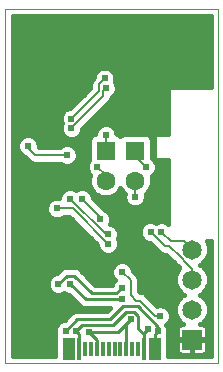
<source format=gbl>
G75*
%MOIN*%
%OFA0B0*%
%FSLAX25Y25*%
%IPPOS*%
%LPD*%
%AMOC8*
5,1,8,0,0,1.08239X$1,22.5*
%
%ADD10C,0.00000*%
%ADD11R,0.04331X0.07480*%
%ADD12R,0.01181X0.07480*%
%ADD13R,0.01181X0.05118*%
%ADD14R,0.06500X0.06500*%
%ADD15C,0.06500*%
%ADD16R,0.06299X0.06299*%
%ADD17C,0.06299*%
%ADD18C,0.01600*%
%ADD19C,0.02400*%
%ADD20C,0.01000*%
%ADD21C,0.00800*%
D10*
X0029754Y0037982D02*
X0029754Y0156093D01*
X0100620Y0156093D01*
X0100620Y0037982D01*
X0029754Y0037982D01*
D11*
X0050857Y0042785D03*
X0079518Y0042785D03*
D12*
X0076014Y0042785D03*
X0054361Y0042785D03*
D13*
X0056329Y0042785D03*
X0058298Y0042785D03*
X0060266Y0042785D03*
X0062235Y0042785D03*
X0064203Y0042785D03*
X0066172Y0042785D03*
X0068140Y0042785D03*
X0070109Y0042785D03*
X0072077Y0042785D03*
X0074046Y0042785D03*
D14*
X0091959Y0045856D03*
D15*
X0091959Y0055856D03*
X0091959Y0065856D03*
X0091959Y0075856D03*
D16*
X0073061Y0108848D03*
X0063219Y0108848D03*
D17*
X0063219Y0098848D03*
X0073061Y0098848D03*
D18*
X0076547Y0094486D02*
X0077766Y0095705D01*
X0078611Y0097745D01*
X0078611Y0099952D01*
X0078498Y0100224D01*
X0078644Y0100285D01*
X0079657Y0101297D01*
X0080205Y0102621D01*
X0080205Y0104053D01*
X0079657Y0105376D01*
X0078644Y0106389D01*
X0078611Y0106402D01*
X0078611Y0112475D01*
X0078246Y0113358D01*
X0077570Y0114033D01*
X0076688Y0114398D01*
X0069434Y0114398D01*
X0068552Y0114033D01*
X0068140Y0113620D01*
X0067728Y0114033D01*
X0066846Y0114398D01*
X0066819Y0114398D01*
X0066819Y0114683D01*
X0066271Y0116006D01*
X0065258Y0117018D01*
X0063935Y0117567D01*
X0062503Y0117567D01*
X0061180Y0117018D01*
X0060167Y0116006D01*
X0059619Y0114683D01*
X0059619Y0114398D01*
X0059592Y0114398D01*
X0058710Y0114033D01*
X0058035Y0113358D01*
X0057669Y0112475D01*
X0057669Y0105634D01*
X0057411Y0105376D01*
X0056863Y0104053D01*
X0056863Y0102621D01*
X0057411Y0101297D01*
X0057987Y0100721D01*
X0057669Y0099952D01*
X0057669Y0097745D01*
X0058514Y0095705D01*
X0060075Y0094144D01*
X0062115Y0093299D01*
X0064323Y0093299D01*
X0066362Y0094144D01*
X0067923Y0095705D01*
X0068140Y0096228D01*
X0068357Y0095705D01*
X0069576Y0094486D01*
X0069461Y0094210D01*
X0069461Y0092778D01*
X0070009Y0091455D01*
X0071022Y0090442D01*
X0072345Y0089894D01*
X0073777Y0089894D01*
X0075101Y0090442D01*
X0076113Y0091455D01*
X0076661Y0092778D01*
X0076661Y0094210D01*
X0076547Y0094486D01*
X0077766Y0095705D01*
X0078611Y0097745D01*
X0078611Y0099952D01*
X0078498Y0100224D01*
X0078644Y0100285D01*
X0079657Y0101297D01*
X0080205Y0102621D01*
X0080205Y0104053D01*
X0079657Y0105376D01*
X0078644Y0106389D01*
X0078611Y0106402D01*
X0078611Y0112475D01*
X0078246Y0113358D01*
X0077570Y0114033D01*
X0076688Y0114398D01*
X0069434Y0114398D01*
X0068552Y0114033D01*
X0068140Y0113620D01*
X0067728Y0114033D01*
X0066846Y0114398D01*
X0066819Y0114398D01*
X0066819Y0114683D01*
X0066271Y0116006D01*
X0065258Y0117018D01*
X0063935Y0117567D01*
X0062503Y0117567D01*
X0061180Y0117018D01*
X0060167Y0116006D01*
X0059619Y0114683D01*
X0059619Y0114398D01*
X0059592Y0114398D01*
X0058710Y0114033D01*
X0058035Y0113358D01*
X0057669Y0112475D01*
X0057669Y0105634D01*
X0057411Y0105376D01*
X0056863Y0104053D01*
X0056863Y0102621D01*
X0057411Y0101297D01*
X0057987Y0100721D01*
X0057669Y0099952D01*
X0057669Y0097745D01*
X0058514Y0095705D01*
X0060075Y0094144D01*
X0062115Y0093299D01*
X0064323Y0093299D01*
X0066362Y0094144D01*
X0067923Y0095705D01*
X0068140Y0096228D01*
X0068357Y0095705D01*
X0069576Y0094486D01*
X0069461Y0094210D01*
X0069461Y0092778D01*
X0070009Y0091455D01*
X0071022Y0090442D01*
X0072345Y0089894D01*
X0073777Y0089894D01*
X0075101Y0090442D01*
X0076113Y0091455D01*
X0076661Y0092778D01*
X0076661Y0094210D01*
X0076547Y0094486D01*
X0076661Y0093930D02*
X0084085Y0093930D01*
X0076661Y0093930D01*
X0076476Y0092332D02*
X0084085Y0092332D01*
X0076476Y0092332D01*
X0075392Y0090733D02*
X0084085Y0090733D01*
X0075392Y0090733D01*
X0070731Y0090733D02*
X0061278Y0090733D01*
X0070731Y0090733D01*
X0069646Y0092332D02*
X0059680Y0092332D01*
X0069646Y0092332D01*
X0069461Y0093930D02*
X0065847Y0093930D01*
X0069461Y0093930D01*
X0068533Y0095529D02*
X0067747Y0095529D01*
X0068533Y0095529D01*
X0063290Y0089066D02*
X0062702Y0089309D01*
X0058945Y0093066D01*
X0058945Y0093423D01*
X0058397Y0094746D01*
X0057384Y0095759D01*
X0056061Y0096307D01*
X0054629Y0096307D01*
X0053376Y0095788D01*
X0052124Y0096307D01*
X0050692Y0096307D01*
X0049369Y0095759D01*
X0048356Y0094746D01*
X0047808Y0093423D01*
X0047808Y0093151D01*
X0047793Y0093157D01*
X0046361Y0093157D01*
X0045038Y0092609D01*
X0044025Y0091596D01*
X0043477Y0090273D01*
X0043477Y0088841D01*
X0044025Y0087518D01*
X0045038Y0086505D01*
X0046361Y0085957D01*
X0047793Y0085957D01*
X0049116Y0086505D01*
X0049368Y0086757D01*
X0051035Y0086757D01*
X0060406Y0077386D01*
X0060406Y0077030D01*
X0060954Y0075707D01*
X0061967Y0074694D01*
X0063290Y0074146D01*
X0064722Y0074146D01*
X0066045Y0074694D01*
X0067058Y0075707D01*
X0067606Y0077030D01*
X0067606Y0078462D01*
X0067250Y0079321D01*
X0067606Y0080180D01*
X0067606Y0081612D01*
X0067058Y0082935D01*
X0066045Y0083948D01*
X0064722Y0084496D01*
X0064518Y0084496D01*
X0064850Y0085298D01*
X0064850Y0086730D01*
X0064302Y0088053D01*
X0063290Y0089066D01*
X0062702Y0089309D01*
X0058945Y0093066D01*
X0058945Y0093423D01*
X0058397Y0094746D01*
X0057384Y0095759D01*
X0056061Y0096307D01*
X0054629Y0096307D01*
X0053376Y0095788D01*
X0052124Y0096307D01*
X0050692Y0096307D01*
X0049369Y0095759D01*
X0048356Y0094746D01*
X0047808Y0093423D01*
X0047808Y0093151D01*
X0047793Y0093157D01*
X0046361Y0093157D01*
X0045038Y0092609D01*
X0044025Y0091596D01*
X0043477Y0090273D01*
X0043477Y0088841D01*
X0044025Y0087518D01*
X0045038Y0086505D01*
X0046361Y0085957D01*
X0047793Y0085957D01*
X0049116Y0086505D01*
X0049368Y0086757D01*
X0051035Y0086757D01*
X0060406Y0077386D01*
X0060406Y0077030D01*
X0060954Y0075707D01*
X0061967Y0074694D01*
X0063290Y0074146D01*
X0064722Y0074146D01*
X0066045Y0074694D01*
X0067058Y0075707D01*
X0067606Y0077030D01*
X0067606Y0078462D01*
X0067250Y0079321D01*
X0067606Y0080180D01*
X0067606Y0081612D01*
X0067058Y0082935D01*
X0066045Y0083948D01*
X0064722Y0084496D01*
X0064518Y0084496D01*
X0064850Y0085298D01*
X0064850Y0086730D01*
X0064302Y0088053D01*
X0063290Y0089066D01*
X0063123Y0089135D02*
X0084085Y0089135D01*
X0063123Y0089135D01*
X0064516Y0087536D02*
X0084085Y0087536D01*
X0064516Y0087536D01*
X0064850Y0085938D02*
X0084085Y0085938D01*
X0064850Y0085938D01*
X0065100Y0084339D02*
X0075744Y0084339D01*
X0065100Y0084339D01*
X0067139Y0082741D02*
X0074721Y0082741D01*
X0067139Y0082741D01*
X0067606Y0081142D02*
X0074579Y0081142D01*
X0067606Y0081142D01*
X0067343Y0079544D02*
X0075228Y0079544D01*
X0067343Y0079544D01*
X0067606Y0077945D02*
X0077958Y0077945D01*
X0067606Y0077945D01*
X0067323Y0076347D02*
X0079556Y0076347D01*
X0067323Y0076347D01*
X0066099Y0074748D02*
X0081155Y0074748D01*
X0066099Y0074748D01*
X0067179Y0071551D02*
X0032154Y0071551D01*
X0067179Y0071551D01*
X0066691Y0071349D02*
X0068014Y0071897D01*
X0069447Y0071897D01*
X0070770Y0071349D01*
X0071783Y0070336D01*
X0072331Y0069013D01*
X0072331Y0068657D01*
X0073860Y0067127D01*
X0074286Y0066098D01*
X0074286Y0061977D01*
X0074615Y0061648D01*
X0075193Y0061648D01*
X0076222Y0061222D01*
X0077010Y0060434D01*
X0080260Y0057184D01*
X0080613Y0057330D01*
X0082045Y0057330D01*
X0083368Y0056782D01*
X0084381Y0055770D01*
X0084929Y0054446D01*
X0084929Y0053014D01*
X0084381Y0051691D01*
X0083467Y0050778D01*
X0083594Y0050651D01*
X0084142Y0049328D01*
X0084142Y0047896D01*
X0083927Y0047379D01*
X0084083Y0047003D01*
X0084083Y0040382D01*
X0098220Y0040382D01*
X0098220Y0078533D01*
X0096966Y0078533D01*
X0097609Y0076980D01*
X0097609Y0074732D01*
X0096749Y0072656D01*
X0095159Y0071066D01*
X0094652Y0070856D01*
X0095159Y0070646D01*
X0096749Y0069057D01*
X0097609Y0066980D01*
X0097609Y0064732D01*
X0096749Y0062656D01*
X0095159Y0061066D01*
X0094652Y0060856D01*
X0095159Y0060646D01*
X0096749Y0059057D01*
X0097609Y0056980D01*
X0097609Y0054732D01*
X0096749Y0052656D01*
X0095159Y0051066D01*
X0094773Y0050906D01*
X0095446Y0050906D01*
X0095904Y0050784D01*
X0096314Y0050547D01*
X0096649Y0050212D01*
X0096886Y0049801D01*
X0097009Y0049343D01*
X0097009Y0045931D01*
X0092034Y0045931D01*
X0092034Y0045781D01*
X0092034Y0040806D01*
X0095446Y0040806D01*
X0095904Y0040929D01*
X0096314Y0041166D01*
X0096649Y0041501D01*
X0096886Y0041912D01*
X0097009Y0042369D01*
X0097009Y0045781D01*
X0092034Y0045781D01*
X0091884Y0045781D01*
X0091884Y0040806D01*
X0088472Y0040806D01*
X0088014Y0040929D01*
X0087604Y0041166D01*
X0087269Y0041501D01*
X0087032Y0041912D01*
X0086909Y0042369D01*
X0086909Y0045781D01*
X0091884Y0045781D01*
X0092034Y0045781D01*
X0092034Y0040806D01*
X0095446Y0040806D01*
X0095904Y0040929D01*
X0096314Y0041166D01*
X0096649Y0041501D01*
X0096886Y0041912D01*
X0097009Y0042369D01*
X0097009Y0045781D01*
X0092034Y0045781D01*
X0092034Y0045931D01*
X0097009Y0045931D01*
X0097009Y0049343D01*
X0096886Y0049801D01*
X0096649Y0050212D01*
X0096314Y0050547D01*
X0095904Y0050784D01*
X0095446Y0050906D01*
X0094773Y0050906D01*
X0095159Y0051066D01*
X0096749Y0052656D01*
X0097609Y0054732D01*
X0097609Y0056980D01*
X0096749Y0059057D01*
X0095159Y0060646D01*
X0094652Y0060856D01*
X0095159Y0061066D01*
X0096749Y0062656D01*
X0097609Y0064732D01*
X0097609Y0066980D01*
X0096749Y0069057D01*
X0095159Y0070646D01*
X0094652Y0070856D01*
X0095159Y0071066D01*
X0096749Y0072656D01*
X0097609Y0074732D01*
X0097609Y0076980D01*
X0096966Y0078533D01*
X0098220Y0078533D01*
X0098220Y0040382D01*
X0084083Y0040382D01*
X0084083Y0047003D01*
X0083927Y0047379D01*
X0084142Y0047896D01*
X0084142Y0049328D01*
X0083594Y0050651D01*
X0083467Y0050778D01*
X0084381Y0051691D01*
X0084929Y0053014D01*
X0084929Y0054446D01*
X0084381Y0055770D01*
X0083368Y0056782D01*
X0082045Y0057330D01*
X0080613Y0057330D01*
X0080260Y0057184D01*
X0077010Y0060434D01*
X0076222Y0061222D01*
X0075193Y0061648D01*
X0074615Y0061648D01*
X0074286Y0061977D01*
X0074286Y0066098D01*
X0073860Y0067127D01*
X0072331Y0068657D01*
X0072331Y0069013D01*
X0071783Y0070336D01*
X0070770Y0071349D01*
X0069447Y0071897D01*
X0068014Y0071897D01*
X0066691Y0071349D01*
X0065679Y0070336D01*
X0065131Y0069013D01*
X0065131Y0067581D01*
X0065679Y0066258D01*
X0066198Y0065738D01*
X0065679Y0065218D01*
X0065220Y0064111D01*
X0059696Y0064111D01*
X0054232Y0069575D01*
X0053166Y0070016D01*
X0049650Y0070016D01*
X0048584Y0069575D01*
X0047768Y0068759D01*
X0046970Y0067960D01*
X0046755Y0067960D01*
X0045431Y0067412D01*
X0044419Y0066399D01*
X0043871Y0065076D01*
X0043871Y0063644D01*
X0044419Y0062321D01*
X0045431Y0061308D01*
X0046755Y0060760D01*
X0048187Y0060760D01*
X0049439Y0061279D01*
X0050692Y0060760D01*
X0050907Y0060760D01*
X0054883Y0056784D01*
X0055949Y0056342D01*
X0064485Y0056342D01*
X0063592Y0055449D01*
X0053193Y0055449D01*
X0052127Y0055008D01*
X0049332Y0052212D01*
X0049117Y0052212D01*
X0047794Y0051664D01*
X0046781Y0050651D01*
X0046233Y0049328D01*
X0046233Y0047896D01*
X0046447Y0047379D01*
X0046291Y0047003D01*
X0046291Y0040382D01*
X0032154Y0040382D01*
X0032154Y0153693D01*
X0098220Y0153693D01*
X0098220Y0130108D01*
X0084085Y0130108D01*
X0084085Y0114360D01*
X0079361Y0114360D01*
X0079361Y0105699D01*
X0084085Y0105699D01*
X0084085Y0084412D01*
X0083762Y0084735D01*
X0082439Y0085283D01*
X0081007Y0085283D01*
X0079951Y0084846D01*
X0078895Y0085283D01*
X0077463Y0085283D01*
X0076140Y0084735D01*
X0075127Y0083722D01*
X0074579Y0082399D01*
X0074579Y0080967D01*
X0075127Y0079644D01*
X0076140Y0078631D01*
X0077463Y0078083D01*
X0077820Y0078083D01*
X0080530Y0075373D01*
X0081318Y0074585D01*
X0082347Y0074159D01*
X0083319Y0074159D01*
X0086633Y0070845D01*
X0087617Y0069861D01*
X0087795Y0069683D01*
X0087169Y0069057D01*
X0086309Y0066980D01*
X0086309Y0064732D01*
X0087169Y0062656D01*
X0088758Y0061066D01*
X0089266Y0060856D01*
X0088758Y0060646D01*
X0087169Y0059057D01*
X0086309Y0056980D01*
X0086309Y0054732D01*
X0087169Y0052656D01*
X0088758Y0051066D01*
X0089145Y0050906D01*
X0088472Y0050906D01*
X0088014Y0050784D01*
X0087604Y0050547D01*
X0087269Y0050212D01*
X0087032Y0049801D01*
X0086909Y0049343D01*
X0086909Y0045931D01*
X0091884Y0045931D01*
X0091884Y0045781D01*
X0091884Y0040806D01*
X0088472Y0040806D01*
X0088014Y0040929D01*
X0087604Y0041166D01*
X0087269Y0041501D01*
X0087032Y0041912D01*
X0086909Y0042369D01*
X0086909Y0045781D01*
X0091884Y0045781D01*
X0091884Y0045931D01*
X0086909Y0045931D01*
X0086909Y0049343D01*
X0087032Y0049801D01*
X0087269Y0050212D01*
X0087604Y0050547D01*
X0088014Y0050784D01*
X0088472Y0050906D01*
X0089145Y0050906D01*
X0088758Y0051066D01*
X0087169Y0052656D01*
X0086309Y0054732D01*
X0086309Y0056980D01*
X0087169Y0059057D01*
X0088758Y0060646D01*
X0089266Y0060856D01*
X0088758Y0061066D01*
X0087169Y0062656D01*
X0086309Y0064732D01*
X0086309Y0066980D01*
X0087169Y0069057D01*
X0087795Y0069683D01*
X0087617Y0069861D01*
X0087617Y0069861D01*
X0087617Y0069861D01*
X0086633Y0070845D01*
X0083319Y0074159D01*
X0082347Y0074159D01*
X0081318Y0074585D01*
X0080530Y0075373D01*
X0077820Y0078083D01*
X0077463Y0078083D01*
X0076140Y0078631D01*
X0075127Y0079644D01*
X0074579Y0080967D01*
X0074579Y0082399D01*
X0075127Y0083722D01*
X0076140Y0084735D01*
X0077463Y0085283D01*
X0078895Y0085283D01*
X0079951Y0084846D01*
X0081007Y0085283D01*
X0082439Y0085283D01*
X0083762Y0084735D01*
X0084085Y0084412D01*
X0084085Y0105699D01*
X0079361Y0105699D01*
X0079361Y0114360D01*
X0084085Y0114360D01*
X0084085Y0130108D01*
X0098220Y0130108D01*
X0098220Y0153693D01*
X0032154Y0153693D01*
X0032154Y0040382D01*
X0046291Y0040382D01*
X0046291Y0047003D01*
X0046447Y0047379D01*
X0046233Y0047896D01*
X0046233Y0049328D01*
X0046781Y0050651D01*
X0047794Y0051664D01*
X0049117Y0052212D01*
X0049332Y0052212D01*
X0052127Y0055008D01*
X0053193Y0055449D01*
X0063592Y0055449D01*
X0064485Y0056342D01*
X0055949Y0056342D01*
X0054883Y0056784D01*
X0050907Y0060760D01*
X0050692Y0060760D01*
X0049439Y0061279D01*
X0048187Y0060760D01*
X0046755Y0060760D01*
X0045431Y0061308D01*
X0044419Y0062321D01*
X0043871Y0063644D01*
X0043871Y0065076D01*
X0044419Y0066399D01*
X0045431Y0067412D01*
X0046755Y0067960D01*
X0046970Y0067960D01*
X0047768Y0068759D01*
X0048584Y0069575D01*
X0049650Y0070016D01*
X0053166Y0070016D01*
X0054232Y0069575D01*
X0059696Y0064111D01*
X0065220Y0064111D01*
X0065679Y0065218D01*
X0066198Y0065738D01*
X0065679Y0066258D01*
X0065131Y0067581D01*
X0065131Y0069013D01*
X0065679Y0070336D01*
X0066691Y0071349D01*
X0065520Y0069953D02*
X0053319Y0069953D01*
X0065520Y0069953D01*
X0065131Y0068354D02*
X0055452Y0068354D01*
X0065131Y0068354D01*
X0065473Y0066755D02*
X0057051Y0066755D01*
X0065473Y0066755D01*
X0065653Y0065157D02*
X0058649Y0065157D01*
X0065653Y0065157D01*
X0070282Y0071551D02*
X0085926Y0071551D01*
X0070282Y0071551D01*
X0071942Y0069953D02*
X0087525Y0069953D01*
X0071942Y0069953D01*
X0072634Y0068354D02*
X0086878Y0068354D01*
X0072634Y0068354D01*
X0074014Y0066755D02*
X0086309Y0066755D01*
X0074014Y0066755D01*
X0074286Y0065157D02*
X0086309Y0065157D01*
X0074286Y0065157D01*
X0074286Y0063558D02*
X0086795Y0063558D01*
X0074286Y0063558D01*
X0074303Y0061960D02*
X0087865Y0061960D01*
X0074303Y0061960D01*
X0077083Y0060361D02*
X0088474Y0060361D01*
X0077083Y0060361D01*
X0078681Y0058763D02*
X0087047Y0058763D01*
X0078681Y0058763D01*
X0082446Y0057164D02*
X0086385Y0057164D01*
X0082446Y0057164D01*
X0084465Y0055566D02*
X0086309Y0055566D01*
X0084465Y0055566D01*
X0084929Y0053967D02*
X0086626Y0053967D01*
X0084929Y0053967D01*
X0084662Y0052369D02*
X0087456Y0052369D01*
X0084662Y0052369D01*
X0083475Y0050770D02*
X0087991Y0050770D01*
X0083475Y0050770D01*
X0084142Y0049172D02*
X0086909Y0049172D01*
X0084142Y0049172D01*
X0084008Y0047573D02*
X0086909Y0047573D01*
X0084008Y0047573D01*
X0084083Y0045975D02*
X0086909Y0045975D01*
X0084083Y0045975D01*
X0084083Y0044376D02*
X0086909Y0044376D01*
X0084083Y0044376D01*
X0084083Y0042778D02*
X0086909Y0042778D01*
X0084083Y0042778D01*
X0084083Y0041179D02*
X0087590Y0041179D01*
X0084083Y0041179D01*
X0091884Y0041179D02*
X0092034Y0041179D01*
X0091884Y0041179D01*
X0091884Y0042778D02*
X0092034Y0042778D01*
X0091884Y0042778D01*
X0091884Y0044376D02*
X0092034Y0044376D01*
X0091884Y0044376D01*
X0097009Y0044376D02*
X0098220Y0044376D01*
X0097009Y0044376D01*
X0097009Y0042778D02*
X0098220Y0042778D01*
X0097009Y0042778D01*
X0096328Y0041179D02*
X0098220Y0041179D01*
X0096328Y0041179D01*
X0097009Y0045975D02*
X0098220Y0045975D01*
X0097009Y0045975D01*
X0097009Y0047573D02*
X0098220Y0047573D01*
X0097009Y0047573D01*
X0097009Y0049172D02*
X0098220Y0049172D01*
X0097009Y0049172D01*
X0095927Y0050770D02*
X0098220Y0050770D01*
X0095927Y0050770D01*
X0096462Y0052369D02*
X0098220Y0052369D01*
X0096462Y0052369D01*
X0097292Y0053967D02*
X0098220Y0053967D01*
X0097292Y0053967D01*
X0097609Y0055566D02*
X0098220Y0055566D01*
X0097609Y0055566D01*
X0097533Y0057164D02*
X0098220Y0057164D01*
X0097533Y0057164D01*
X0096870Y0058763D02*
X0098220Y0058763D01*
X0096870Y0058763D01*
X0098220Y0060361D02*
X0095444Y0060361D01*
X0098220Y0060361D01*
X0098220Y0061960D02*
X0096053Y0061960D01*
X0098220Y0061960D01*
X0098220Y0063558D02*
X0097123Y0063558D01*
X0098220Y0063558D01*
X0098220Y0065157D02*
X0097609Y0065157D01*
X0098220Y0065157D01*
X0098220Y0066755D02*
X0097609Y0066755D01*
X0098220Y0066755D01*
X0098220Y0068354D02*
X0097040Y0068354D01*
X0098220Y0068354D01*
X0098220Y0069953D02*
X0095853Y0069953D01*
X0098220Y0069953D01*
X0098220Y0071551D02*
X0095644Y0071551D01*
X0098220Y0071551D01*
X0098220Y0073150D02*
X0096953Y0073150D01*
X0098220Y0073150D01*
X0098220Y0074748D02*
X0097609Y0074748D01*
X0098220Y0074748D01*
X0098220Y0076347D02*
X0097609Y0076347D01*
X0098220Y0076347D01*
X0098220Y0077945D02*
X0097209Y0077945D01*
X0098220Y0077945D01*
X0084328Y0073150D02*
X0032154Y0073150D01*
X0084328Y0073150D01*
X0084085Y0095529D02*
X0077590Y0095529D01*
X0084085Y0095529D01*
X0084085Y0097127D02*
X0078355Y0097127D01*
X0084085Y0097127D01*
X0084085Y0098726D02*
X0078611Y0098726D01*
X0084085Y0098726D01*
X0084085Y0100324D02*
X0078683Y0100324D01*
X0084085Y0100324D01*
X0084085Y0101923D02*
X0079916Y0101923D01*
X0084085Y0101923D01*
X0084085Y0103521D02*
X0080205Y0103521D01*
X0084085Y0103521D01*
X0084085Y0105120D02*
X0079763Y0105120D01*
X0084085Y0105120D01*
X0079361Y0106718D02*
X0078611Y0106718D01*
X0079361Y0106718D01*
X0079361Y0108317D02*
X0078611Y0108317D01*
X0079361Y0108317D01*
X0079361Y0109915D02*
X0078611Y0109915D01*
X0079361Y0109915D01*
X0079361Y0111514D02*
X0078611Y0111514D01*
X0079361Y0111514D01*
X0079361Y0113112D02*
X0078347Y0113112D01*
X0079361Y0113112D01*
X0084085Y0114711D02*
X0066807Y0114711D01*
X0084085Y0114711D01*
X0084085Y0116309D02*
X0065967Y0116309D01*
X0084085Y0116309D01*
X0084085Y0117908D02*
X0057340Y0117908D01*
X0084085Y0117908D01*
X0084085Y0119506D02*
X0058939Y0119506D01*
X0084085Y0119506D01*
X0084085Y0121105D02*
X0060537Y0121105D01*
X0084085Y0121105D01*
X0084085Y0122703D02*
X0062136Y0122703D01*
X0084085Y0122703D01*
X0084085Y0124302D02*
X0063734Y0124302D01*
X0084085Y0124302D01*
X0084085Y0125900D02*
X0065024Y0125900D01*
X0084085Y0125900D01*
X0084085Y0127499D02*
X0066094Y0127499D01*
X0084085Y0127499D01*
X0084085Y0129097D02*
X0066819Y0129097D01*
X0084085Y0129097D01*
X0098220Y0130696D02*
X0066709Y0130696D01*
X0098220Y0130696D01*
X0098220Y0132294D02*
X0066425Y0132294D01*
X0098220Y0132294D01*
X0098220Y0133893D02*
X0066296Y0133893D01*
X0098220Y0133893D01*
X0098220Y0135491D02*
X0065289Y0135491D01*
X0098220Y0135491D01*
X0098220Y0137090D02*
X0032154Y0137090D01*
X0098220Y0137090D01*
X0098220Y0138688D02*
X0032154Y0138688D01*
X0098220Y0138688D01*
X0098220Y0140287D02*
X0032154Y0140287D01*
X0098220Y0140287D01*
X0098220Y0141886D02*
X0032154Y0141886D01*
X0098220Y0141886D01*
X0098220Y0143484D02*
X0032154Y0143484D01*
X0098220Y0143484D01*
X0098220Y0145083D02*
X0032154Y0145083D01*
X0098220Y0145083D01*
X0098220Y0146681D02*
X0032154Y0146681D01*
X0098220Y0146681D01*
X0098220Y0148280D02*
X0032154Y0148280D01*
X0098220Y0148280D01*
X0098220Y0149878D02*
X0032154Y0149878D01*
X0098220Y0149878D01*
X0098220Y0151477D02*
X0032154Y0151477D01*
X0098220Y0151477D01*
X0098220Y0153075D02*
X0032154Y0153075D01*
X0098220Y0153075D01*
X0065877Y0134903D02*
X0066425Y0133580D01*
X0066425Y0132148D01*
X0066264Y0131760D01*
X0066271Y0131754D01*
X0066819Y0130431D01*
X0066819Y0128998D01*
X0066271Y0127675D01*
X0065258Y0126663D01*
X0065231Y0126652D01*
X0065231Y0126402D01*
X0064805Y0125373D01*
X0064017Y0124585D01*
X0055401Y0115969D01*
X0055401Y0115613D01*
X0054853Y0114289D01*
X0053841Y0113277D01*
X0052518Y0112729D01*
X0051085Y0112729D01*
X0049762Y0113277D01*
X0048750Y0114289D01*
X0048201Y0115613D01*
X0048201Y0117045D01*
X0048557Y0117904D01*
X0048201Y0118762D01*
X0048201Y0120194D01*
X0048750Y0121518D01*
X0049762Y0122530D01*
X0051085Y0123078D01*
X0051442Y0123078D01*
X0058057Y0129693D01*
X0058057Y0131453D01*
X0058483Y0132482D01*
X0059225Y0133224D01*
X0059225Y0133580D01*
X0059773Y0134903D01*
X0060786Y0135916D01*
X0062109Y0136464D01*
X0063541Y0136464D01*
X0064864Y0135916D01*
X0065877Y0134903D01*
X0064864Y0135916D01*
X0063541Y0136464D01*
X0062109Y0136464D01*
X0060786Y0135916D01*
X0059773Y0134903D01*
X0059225Y0133580D01*
X0059225Y0133224D01*
X0058483Y0132482D01*
X0058057Y0131453D01*
X0058057Y0129693D01*
X0051442Y0123078D01*
X0051085Y0123078D01*
X0049762Y0122530D01*
X0048750Y0121518D01*
X0048201Y0120194D01*
X0048201Y0118762D01*
X0048557Y0117904D01*
X0048201Y0117045D01*
X0048201Y0115613D01*
X0048750Y0114289D01*
X0049762Y0113277D01*
X0051085Y0112729D01*
X0052518Y0112729D01*
X0053841Y0113277D01*
X0054853Y0114289D01*
X0055401Y0115613D01*
X0055401Y0115969D01*
X0064017Y0124585D01*
X0064805Y0125373D01*
X0065231Y0126402D01*
X0065231Y0126652D01*
X0065258Y0126663D01*
X0066271Y0127675D01*
X0066819Y0128998D01*
X0066819Y0130431D01*
X0066271Y0131754D01*
X0066264Y0131760D01*
X0066425Y0132148D01*
X0066425Y0133580D01*
X0065877Y0134903D01*
X0060361Y0135491D02*
X0032154Y0135491D01*
X0060361Y0135491D01*
X0059355Y0133893D02*
X0032154Y0133893D01*
X0059355Y0133893D01*
X0058405Y0132294D02*
X0032154Y0132294D01*
X0058405Y0132294D01*
X0058057Y0130696D02*
X0032154Y0130696D01*
X0058057Y0130696D01*
X0057461Y0129097D02*
X0032154Y0129097D01*
X0057461Y0129097D01*
X0055862Y0127499D02*
X0032154Y0127499D01*
X0055862Y0127499D01*
X0054264Y0125900D02*
X0032154Y0125900D01*
X0054264Y0125900D01*
X0052665Y0124302D02*
X0032154Y0124302D01*
X0052665Y0124302D01*
X0050180Y0122703D02*
X0032154Y0122703D01*
X0050180Y0122703D01*
X0048579Y0121105D02*
X0032154Y0121105D01*
X0048579Y0121105D01*
X0048201Y0119506D02*
X0032154Y0119506D01*
X0048201Y0119506D01*
X0048555Y0117908D02*
X0032154Y0117908D01*
X0048555Y0117908D01*
X0048201Y0116309D02*
X0032154Y0116309D01*
X0048201Y0116309D01*
X0048575Y0114711D02*
X0032154Y0114711D01*
X0048575Y0114711D01*
X0050159Y0113112D02*
X0039637Y0113112D01*
X0050159Y0113112D01*
X0049511Y0110874D02*
X0048187Y0110326D01*
X0047935Y0110074D01*
X0040835Y0110074D01*
X0040835Y0111139D01*
X0040286Y0112462D01*
X0039274Y0113475D01*
X0037951Y0114023D01*
X0036518Y0114023D01*
X0035195Y0113475D01*
X0034183Y0112462D01*
X0033635Y0111139D01*
X0033635Y0109707D01*
X0034183Y0108384D01*
X0035195Y0107371D01*
X0035782Y0107128D01*
X0038011Y0104900D01*
X0039040Y0104474D01*
X0047935Y0104474D01*
X0048187Y0104222D01*
X0049511Y0103674D01*
X0050943Y0103674D01*
X0052266Y0104222D01*
X0053279Y0105234D01*
X0053827Y0106558D01*
X0053827Y0107990D01*
X0053279Y0109313D01*
X0052266Y0110326D01*
X0050943Y0110874D01*
X0049511Y0110874D01*
X0048187Y0110326D01*
X0047935Y0110074D01*
X0040835Y0110074D01*
X0040835Y0111139D01*
X0040286Y0112462D01*
X0039274Y0113475D01*
X0037951Y0114023D01*
X0036518Y0114023D01*
X0035195Y0113475D01*
X0034183Y0112462D01*
X0033635Y0111139D01*
X0033635Y0109707D01*
X0034183Y0108384D01*
X0035195Y0107371D01*
X0035782Y0107128D01*
X0038011Y0104900D01*
X0039040Y0104474D01*
X0047935Y0104474D01*
X0048187Y0104222D01*
X0049511Y0103674D01*
X0050943Y0103674D01*
X0052266Y0104222D01*
X0053279Y0105234D01*
X0053827Y0106558D01*
X0053827Y0107990D01*
X0053279Y0109313D01*
X0052266Y0110326D01*
X0050943Y0110874D01*
X0049511Y0110874D01*
X0052676Y0109915D02*
X0057669Y0109915D01*
X0052676Y0109915D01*
X0053691Y0108317D02*
X0057669Y0108317D01*
X0053691Y0108317D01*
X0053827Y0106718D02*
X0057669Y0106718D01*
X0053827Y0106718D01*
X0053164Y0105120D02*
X0057305Y0105120D01*
X0053164Y0105120D01*
X0056863Y0103521D02*
X0032154Y0103521D01*
X0056863Y0103521D01*
X0057152Y0101923D02*
X0032154Y0101923D01*
X0057152Y0101923D01*
X0057823Y0100324D02*
X0032154Y0100324D01*
X0057823Y0100324D01*
X0057669Y0098726D02*
X0032154Y0098726D01*
X0057669Y0098726D01*
X0057925Y0097127D02*
X0032154Y0097127D01*
X0057925Y0097127D01*
X0057614Y0095529D02*
X0058690Y0095529D01*
X0057614Y0095529D01*
X0058735Y0093930D02*
X0060591Y0093930D01*
X0058735Y0093930D01*
X0051855Y0085938D02*
X0032154Y0085938D01*
X0051855Y0085938D01*
X0053453Y0084339D02*
X0032154Y0084339D01*
X0053453Y0084339D01*
X0055052Y0082741D02*
X0032154Y0082741D01*
X0055052Y0082741D01*
X0056650Y0081142D02*
X0032154Y0081142D01*
X0056650Y0081142D01*
X0058249Y0079544D02*
X0032154Y0079544D01*
X0058249Y0079544D01*
X0059847Y0077945D02*
X0032154Y0077945D01*
X0059847Y0077945D01*
X0060689Y0076347D02*
X0032154Y0076347D01*
X0060689Y0076347D01*
X0061913Y0074748D02*
X0032154Y0074748D01*
X0061913Y0074748D01*
X0049496Y0069953D02*
X0032154Y0069953D01*
X0049496Y0069953D01*
X0047363Y0068354D02*
X0032154Y0068354D01*
X0047363Y0068354D01*
X0044775Y0066755D02*
X0032154Y0066755D01*
X0044775Y0066755D01*
X0043904Y0065157D02*
X0032154Y0065157D01*
X0043904Y0065157D01*
X0043906Y0063558D02*
X0032154Y0063558D01*
X0043906Y0063558D01*
X0044780Y0061960D02*
X0032154Y0061960D01*
X0044780Y0061960D01*
X0051305Y0060361D02*
X0032154Y0060361D01*
X0051305Y0060361D01*
X0052904Y0058763D02*
X0032154Y0058763D01*
X0052904Y0058763D01*
X0054502Y0057164D02*
X0032154Y0057164D01*
X0054502Y0057164D01*
X0051087Y0053967D02*
X0032154Y0053967D01*
X0051087Y0053967D01*
X0049488Y0052369D02*
X0032154Y0052369D01*
X0049488Y0052369D01*
X0046900Y0050770D02*
X0032154Y0050770D01*
X0046900Y0050770D01*
X0046233Y0049172D02*
X0032154Y0049172D01*
X0046233Y0049172D01*
X0046367Y0047573D02*
X0032154Y0047573D01*
X0046367Y0047573D01*
X0046291Y0045975D02*
X0032154Y0045975D01*
X0046291Y0045975D01*
X0046291Y0044376D02*
X0032154Y0044376D01*
X0046291Y0044376D01*
X0046291Y0042778D02*
X0032154Y0042778D01*
X0046291Y0042778D01*
X0046291Y0041179D02*
X0032154Y0041179D01*
X0046291Y0041179D01*
X0032154Y0055566D02*
X0063709Y0055566D01*
X0032154Y0055566D01*
X0032154Y0087536D02*
X0044018Y0087536D01*
X0032154Y0087536D01*
X0032154Y0089135D02*
X0043477Y0089135D01*
X0032154Y0089135D01*
X0032154Y0090733D02*
X0043668Y0090733D01*
X0032154Y0090733D01*
X0032154Y0092332D02*
X0044760Y0092332D01*
X0032154Y0092332D01*
X0032154Y0093930D02*
X0048018Y0093930D01*
X0032154Y0093930D01*
X0032154Y0095529D02*
X0049139Y0095529D01*
X0032154Y0095529D01*
X0032154Y0105120D02*
X0037791Y0105120D01*
X0032154Y0105120D01*
X0032154Y0106718D02*
X0036192Y0106718D01*
X0032154Y0106718D01*
X0032154Y0108317D02*
X0034250Y0108317D01*
X0032154Y0108317D01*
X0032154Y0109915D02*
X0033635Y0109915D01*
X0032154Y0109915D01*
X0032154Y0111514D02*
X0033790Y0111514D01*
X0032154Y0111514D01*
X0032154Y0113112D02*
X0034832Y0113112D01*
X0032154Y0113112D01*
X0040679Y0111514D02*
X0057669Y0111514D01*
X0040679Y0111514D01*
X0053444Y0113112D02*
X0057933Y0113112D01*
X0053444Y0113112D01*
X0055028Y0114711D02*
X0059630Y0114711D01*
X0055028Y0114711D01*
X0055742Y0116309D02*
X0060470Y0116309D01*
X0055742Y0116309D01*
D19*
X0051801Y0116329D03*
X0051801Y0119478D03*
X0050227Y0107274D03*
X0060463Y0103337D03*
X0063219Y0113967D03*
X0063219Y0129715D03*
X0062825Y0132864D03*
X0065187Y0152943D03*
X0049046Y0152943D03*
X0032904Y0152943D03*
X0037235Y0122234D03*
X0037235Y0110423D03*
X0035266Y0102943D03*
X0047077Y0089557D03*
X0051408Y0092707D03*
X0055345Y0092707D03*
X0061250Y0086014D03*
X0064006Y0080896D03*
X0064006Y0077746D03*
X0068731Y0068297D03*
X0068731Y0063179D03*
X0068731Y0059242D03*
X0071486Y0052549D03*
X0077392Y0049400D03*
X0080542Y0048612D03*
X0081329Y0053730D03*
X0088416Y0060817D03*
X0097471Y0060817D03*
X0097471Y0050974D03*
X0097471Y0041132D03*
X0097471Y0071053D03*
X0081723Y0081683D03*
X0078179Y0081683D03*
X0083691Y0092707D03*
X0076605Y0103337D03*
X0073061Y0093494D03*
X0082510Y0117510D03*
X0093534Y0140344D03*
X0097471Y0152943D03*
X0081329Y0152943D03*
X0036841Y0084833D03*
X0043927Y0080502D03*
X0043534Y0065148D03*
X0047471Y0064360D03*
X0051408Y0064360D03*
X0047471Y0052156D03*
X0049833Y0048612D03*
X0053376Y0048612D03*
X0057707Y0048219D03*
X0045502Y0041132D03*
X0039203Y0041132D03*
X0032904Y0041132D03*
X0032904Y0053730D03*
X0034872Y0065148D03*
D20*
X0047471Y0064360D02*
X0050227Y0067116D01*
X0052589Y0067116D01*
X0058494Y0061211D01*
X0066762Y0061211D01*
X0068731Y0063179D01*
X0068731Y0059242D02*
X0056526Y0059242D01*
X0051408Y0064360D01*
X0053770Y0052549D02*
X0049833Y0048612D01*
X0053376Y0048612D02*
X0055345Y0050581D01*
X0065581Y0050581D01*
X0069912Y0054911D01*
X0072668Y0054911D01*
X0073849Y0053730D01*
X0073849Y0049596D01*
X0076014Y0047431D01*
X0076014Y0048022D01*
X0077392Y0049400D01*
X0076014Y0047431D02*
X0076014Y0042785D01*
X0079518Y0042785D02*
X0079518Y0047589D01*
X0080542Y0048612D01*
X0080542Y0050187D01*
X0073849Y0056880D01*
X0069124Y0056880D01*
X0064794Y0052549D01*
X0053770Y0052549D01*
X0053376Y0048612D02*
X0054361Y0047628D01*
X0054361Y0042785D01*
X0060266Y0042785D02*
X0060266Y0045659D01*
X0057707Y0048219D01*
X0067156Y0048219D01*
X0071486Y0052549D01*
X0070109Y0051171D01*
X0070109Y0042785D01*
D21*
X0079754Y0053730D02*
X0074636Y0058848D01*
X0073455Y0058848D01*
X0071486Y0060817D01*
X0071486Y0065541D01*
X0068731Y0068297D01*
X0064006Y0077746D02*
X0052195Y0089557D01*
X0047077Y0089557D01*
X0051408Y0092707D02*
X0063219Y0080896D01*
X0064006Y0080896D01*
X0061250Y0086014D02*
X0061250Y0086801D01*
X0055345Y0092707D01*
X0063219Y0098848D02*
X0063219Y0100581D01*
X0060463Y0103337D01*
X0063219Y0108848D02*
X0063219Y0113967D01*
X0073061Y0108848D02*
X0073061Y0106880D01*
X0076605Y0103337D01*
X0073061Y0098848D02*
X0073061Y0093494D01*
X0078179Y0081683D02*
X0082904Y0076959D01*
X0084479Y0076959D01*
X0088219Y0073219D01*
X0089990Y0071447D01*
X0091959Y0069478D01*
X0091959Y0065856D01*
X0091959Y0075856D02*
X0089282Y0078533D01*
X0084872Y0078533D01*
X0081723Y0081683D01*
X0081329Y0053730D02*
X0079754Y0053730D01*
X0050227Y0107274D02*
X0039597Y0107274D01*
X0037235Y0109636D01*
X0037235Y0110423D01*
X0051801Y0116329D02*
X0062431Y0126959D01*
X0062431Y0128927D01*
X0063219Y0129715D01*
X0060857Y0130896D02*
X0062825Y0132864D01*
X0060857Y0130896D02*
X0060857Y0128533D01*
X0051801Y0119478D01*
M02*

</source>
